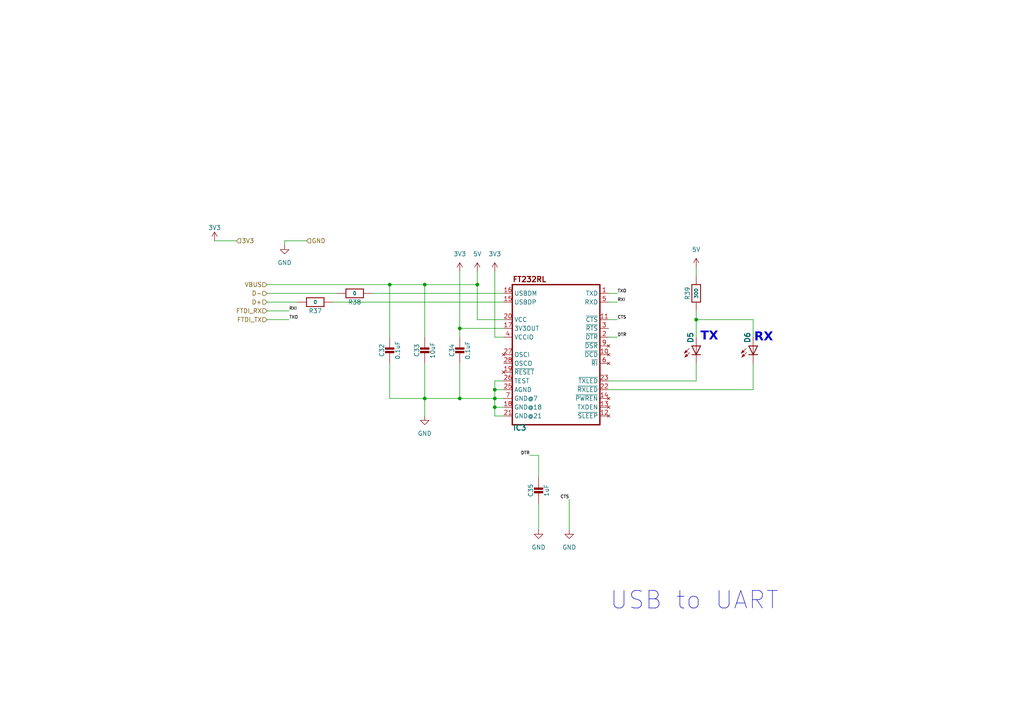
<source format=kicad_sch>
(kicad_sch (version 20231120) (generator "eeschema") (generator_version "8.0")
  (paper "A4")
  (lib_symbols
    (symbol "Adafruit I2S Mic SPK0415HM4H-eagle-import:CAP_CERAMIC0805-NOOUTLINE"
      (property "Reference" "C" (at -2.29 1.25 90))
      (symbol "CAP_CERAMIC0805-NOOUTLINE_1_0"
        (rectangle (start -1.27 0.508) (end 1.27 1.016) (fill (type outline)))
        (rectangle (start -1.27 1.524) (end 1.27 2.032) (fill (type outline)))
        (polyline (pts (xy 0 0.762) (xy 0 0)) (stroke (width 0.1524)))
        (polyline (pts (xy 0 2.54) (xy 0 1.778)) (stroke (width 0.1524)))
        (pin passive line (at 0 5.08 270) (length 2.54) (name "1") (number "1"))
        (pin passive line (at 0 -2.54 90) (length 2.54) (name "2") (number "2"))
      )
    )
    (symbol "Adafruit I2S Mic SPK0415HM4H-eagle-import:RESISTOR_0603_NOOUT"
      (property "Reference" "R" (at 0 2.54 0))
      (symbol "RESISTOR_0603_NOOUT_1_0"
        (polyline (pts (xy -2.54 -1.27) (xy -2.54 1.27)) (stroke (width 0.254)))
        (polyline (pts (xy -2.54 1.27) (xy 2.54 1.27)) (stroke (width 0.254)))
        (polyline (pts (xy 2.54 -1.27) (xy -2.54 -1.27)) (stroke (width 0.254)))
        (polyline (pts (xy 2.54 1.27) (xy 2.54 -1.27)) (stroke (width 0.254)))
        (pin passive line (at -5.08 0 0) (length 2.54) (name "1") (number "1"))
        (pin passive line (at 5.08 0 180) (length 2.54) (name "2") (number "2"))
      )
    )
    (symbol "ai_breakout_ft232RL-eagle-import:FT2332RL"
      (property "Reference" "IC" (at -12.7 -22.225 0))
      (symbol "FT2332RL_1_0"
        (polyline (pts (xy -12.7 -20.32) (xy -12.7 20.32)) (stroke (width 0.381)))
        (polyline (pts (xy -12.7 20.32) (xy 12.7 20.32)) (stroke (width 0.381)))
        (polyline (pts (xy 12.7 -20.32) (xy -12.7 -20.32)) (stroke (width 0.381)))
        (polyline (pts (xy 12.7 20.32) (xy 12.7 -20.32)) (stroke (width 0.381)))
        (text "FT232RL" (at -12.7 20.955 0) (effects (font (size 1.524 1.524) (thickness 0.3048) (bold yes)) (justify left bottom)))
        (pin output line (at 15.24 17.78 180) (length 2.54) (name "TXD") (number "1"))
        (pin no_connect line (at 15.24 0 180) (length 2.54) (name "~{DCD}") (number "10"))
        (pin input line (at 15.24 10.16 180) (length 2.54) (name "~{CTS}") (number "11"))
        (pin no_connect line (at 15.24 -17.78 180) (length 2.54) (name "~{SLEEP}") (number "12"))
        (pin no_connect line (at 15.24 -15.24 180) (length 2.54) (name "TXDEN") (number "13"))
        (pin no_connect line (at 15.24 -12.7 180) (length 2.54) (name "~{PWREN}") (number "14"))
        (pin bidirectional line (at -15.24 15.24 0) (length 2.54) (name "USBDP") (number "15"))
        (pin bidirectional line (at -15.24 17.78 0) (length 2.54) (name "USBDM") (number "16"))
        (pin power_in line (at -15.24 7.62 0) (length 2.54) (name "3V3OUT") (number "17"))
        (pin power_in line (at -15.24 -15.24 0) (length 2.54) (name "GND@18") (number "18"))
        (pin no_connect line (at -15.24 -5.08 0) (length 2.54) (name "~{RESET}") (number "19"))
        (pin output line (at 15.24 5.08 180) (length 2.54) (name "~{DTR}") (number "2"))
        (pin power_in line (at -15.24 10.16 0) (length 2.54) (name "VCC") (number "20"))
        (pin power_in line (at -15.24 -17.78 0) (length 2.54) (name "GND@21") (number "21"))
        (pin input line (at 15.24 -10.16 180) (length 2.54) (name "~{RXLED}") (number "22"))
        (pin input line (at 15.24 -7.62 180) (length 2.54) (name "~{TXLED}") (number "23"))
        (pin power_in line (at -15.24 -10.16 0) (length 2.54) (name "AGND") (number "25"))
        (pin input line (at -15.24 -7.62 0) (length 2.54) (name "TEST") (number "26"))
        (pin no_connect line (at -15.24 0 0) (length 2.54) (name "OSCI") (number "27"))
        (pin output line (at -15.24 -2.54 0) (length 2.54) (name "OSCO") (number "28"))
        (pin output line (at 15.24 7.62 180) (length 2.54) (name "~{RTS}") (number "3"))
        (pin power_in line (at -15.24 5.08 0) (length 2.54) (name "VCCIO") (number "4"))
        (pin input line (at 15.24 15.24 180) (length 2.54) (name "RXD") (number "5"))
        (pin no_connect line (at 15.24 -2.54 180) (length 2.54) (name "~{RI}") (number "6"))
        (pin power_in line (at -15.24 -12.7 0) (length 2.54) (name "GND@7") (number "7"))
        (pin no_connect line (at 15.24 2.54 180) (length 2.54) (name "~{DSR}") (number "9"))
      )
    )
    (symbol "ai_breakout_ft232RL-eagle-import:LED0603"
      (property "Reference" "LED" (at -0.635 0.635 90))
      (symbol "LED0603_1_0"
        (polyline (pts (xy -2.032 -0.762) (xy -3.429 -2.159)) (stroke (width 0.1524)))
        (polyline (pts (xy -1.905 -1.905) (xy -3.302 -3.302)) (stroke (width 0.1524)))
        (polyline (pts (xy 0 -2.54) (xy -1.27 -2.54)) (stroke (width 0.254)))
        (polyline (pts (xy 0 -2.54) (xy -1.27 0)) (stroke (width 0.254)))
        (polyline (pts (xy 0 0) (xy -1.27 0)) (stroke (width 0.254)))
        (polyline (pts (xy 0 0) (xy 0 -2.54)) (stroke (width 0.1524)))
        (polyline (pts (xy 1.27 -2.54) (xy 0 -2.54)) (stroke (width 0.254)))
        (polyline (pts (xy 1.27 0) (xy 0 -2.54)) (stroke (width 0.254)))
        (polyline (pts (xy 1.27 0) (xy 0 0)) (stroke (width 0.254)))
        (polyline (pts (xy -3.429 -2.159) (xy -3.048 -1.27) (xy -2.54 -1.778)) (stroke (width 0.1524)) (fill (type outline)))
        (polyline (pts (xy -3.302 -3.302) (xy -2.921 -2.413) (xy -2.413 -2.921)) (stroke (width 0.1524)) (fill (type outline)))
        (pin passive line (at 0 2.54 270) (length 2.54) (name "A") (number "A"))
        (pin passive line (at 0 -5.08 90) (length 2.54) (name "C") (number "C"))
      )
    )
    (symbol "power:GND" (power) (pin_numbers hide) (pin_names (offset 0) hide)
      (property "Value" "GND" (at 0 -3.81 0))
      (symbol "GND_0_1"
        (polyline (pts (xy 0 0) (xy 0 -1.27) (xy 1.27 -1.27) (xy 0 -2.54) (xy -1.27 -1.27) (xy 0 -1.27)))
      )
      (symbol "GND_1_1"
        (pin power_in line (at 0 0 270) (length 0) (name "~") (number "1"))
      )
    )
    (symbol "power:VCC" (power) (pin_numbers hide) (pin_names (offset 0) hide)
      (property "Value" "VCC" (at 0 3.556 0))
      (symbol "VCC_0_1"
        (polyline (pts (xy -0.762 1.27) (xy 0 2.54)))
        (polyline (pts (xy 0 0) (xy 0 2.54)))
        (polyline (pts (xy 0 2.54) (xy 0.762 1.27)))
      )
      (symbol "VCC_1_1"
        (pin power_in line (at 0 0 90) (length 0) (name "~") (number "1"))
      )
    )
  )
  (junction (at 123.19 82.55))
  (junction (at 201.93 92.71))
  (junction (at 138.43 82.55))
  (junction (at 123.19 115.57))
  (junction (at 133.35 95.25))
  (junction (at 143.51 113.03))
  (junction (at 113.03 82.55))
  (junction (at 143.51 118.11))
  (junction (at 133.35 115.57))
  (junction (at 143.51 115.57))
  (wire (pts (xy 146.05 92.71) (xy 138.43 92.71)) (stroke (width 0.1524)))
  (wire (pts (xy 146.05 95.25) (xy 133.35 95.25)) (stroke (width 0.1524)))
  (wire (pts (xy 133.35 105.41) (xy 133.35 115.57)) (stroke (width 0.1524)))
  (wire (pts (xy 201.93 92.71) (xy 218.44 92.71)) (stroke (width 0.1524)))
  (wire (pts (xy 143.51 115.57) (xy 143.51 113.03)) (stroke (width 0.1524)))
  (wire (pts (xy 179.07 87.63) (xy 176.53 87.63)) (stroke (width 0.1524)))
  (wire (pts (xy 176.53 110.49) (xy 201.93 110.49)) (stroke (width 0.1524)))
  (wire (pts (xy 77.47 85.09) (xy 97.79 85.09)))
  (wire (pts (xy 113.03 82.55) (xy 123.19 82.55)) (stroke (width 0.1524)))
  (wire (pts (xy 133.35 115.57) (xy 123.19 115.57)) (stroke (width 0.1524)))
  (wire (pts (xy 143.51 115.57) (xy 146.05 115.57)) (stroke (width 0.1524)))
  (wire (pts (xy 165.1 144.78) (xy 165.1 153.67)))
  (wire (pts (xy 77.47 87.63) (xy 86.36 87.63)))
  (wire (pts (xy 133.35 95.25) (xy 133.35 78.74)) (stroke (width 0.1524)))
  (wire (pts (xy 143.51 97.79) (xy 143.51 78.74)) (stroke (width 0.1524)))
  (wire (pts (xy 179.07 92.71) (xy 176.53 92.71)) (stroke (width 0.1524)))
  (wire (pts (xy 143.51 110.49) (xy 146.05 110.49)) (stroke (width 0.1524)))
  (wire (pts (xy 107.95 85.09) (xy 146.05 85.09)))
  (wire (pts (xy 201.93 110.49) (xy 201.93 105.41)) (stroke (width 0.1524)))
  (wire (pts (xy 123.19 82.55) (xy 138.43 82.55)) (stroke (width 0.1524)))
  (wire (pts (xy 146.05 97.79) (xy 143.51 97.79)) (stroke (width 0.1524)))
  (wire (pts (xy 218.44 105.41) (xy 218.44 113.03)) (stroke (width 0.1524)))
  (wire (pts (xy 82.55 69.85) (xy 88.9 69.85)))
  (wire (pts (xy 123.19 105.41) (xy 123.19 107.95)))
  (wire (pts (xy 133.35 115.57) (xy 143.51 115.57)) (stroke (width 0.1524)))
  (wire (pts (xy 113.03 105.41) (xy 113.03 115.57)) (stroke (width 0.1524)))
  (wire (pts (xy 123.19 120.65) (xy 123.19 115.57)) (stroke (width 0.1524)))
  (wire (pts (xy 179.07 85.09) (xy 176.53 85.09)) (stroke (width 0.1524)))
  (wire (pts (xy 96.52 87.63) (xy 146.05 87.63)))
  (wire (pts (xy 143.51 118.11) (xy 146.05 118.11)) (stroke (width 0.1524)))
  (wire (pts (xy 201.93 77.47) (xy 201.93 80.01)) (stroke (width 0.1524)))
  (wire (pts (xy 201.93 90.17) (xy 201.93 92.71)) (stroke (width 0.1524)))
  (wire (pts (xy 77.47 90.17) (xy 83.82 90.17)) (stroke (width 0.1524)))
  (wire (pts (xy 143.51 115.57) (xy 143.51 118.11)) (stroke (width 0.1524)))
  (wire (pts (xy 143.51 118.11) (xy 143.51 120.65)) (stroke (width 0.1524)))
  (wire (pts (xy 156.21 132.08) (xy 153.67 132.08)) (stroke (width 0.1524)))
  (wire (pts (xy 138.43 92.71) (xy 138.43 82.55)) (stroke (width 0.1524)))
  (wire (pts (xy 156.21 146.05) (xy 156.21 153.67)))
  (wire (pts (xy 176.53 113.03) (xy 218.44 113.03)) (stroke (width 0.1524)))
  (wire (pts (xy 82.55 69.85) (xy 82.55 71.12)))
  (wire (pts (xy 143.51 120.65) (xy 146.05 120.65)) (stroke (width 0.1524)))
  (wire (pts (xy 123.19 115.57) (xy 123.19 107.95)) (stroke (width 0.1524)))
  (wire (pts (xy 77.47 82.55) (xy 113.03 82.55)) (stroke (width 0.1524)))
  (wire (pts (xy 179.07 97.79) (xy 176.53 97.79)) (stroke (width 0.1524)))
  (wire (pts (xy 143.51 113.03) (xy 146.05 113.03)) (stroke (width 0.1524)))
  (wire (pts (xy 133.35 97.79) (xy 133.35 95.25)) (stroke (width 0.1524)))
  (wire (pts (xy 218.44 92.71) (xy 218.44 97.79)) (stroke (width 0.1524)))
  (wire (pts (xy 143.51 113.03) (xy 143.51 110.49)) (stroke (width 0.1524)))
  (wire (pts (xy 123.19 97.79) (xy 123.19 82.55)) (stroke (width 0.1524)))
  (wire (pts (xy 113.03 115.57) (xy 123.19 115.57)) (stroke (width 0.1524)))
  (wire (pts (xy 201.93 97.79) (xy 201.93 92.71)) (stroke (width 0.1524)))
  (wire (pts (xy 62.23 69.85) (xy 68.58 69.85)))
  (wire (pts (xy 77.47 92.71) (xy 83.82 92.71)) (stroke (width 0.1524)))
  (wire (pts (xy 156.21 132.08) (xy 156.21 138.43)) (stroke (width 0.1524)))
  (wire (pts (xy 113.03 97.79) (xy 113.03 82.55)) (stroke (width 0.1524)))
  (wire (pts (xy 138.43 82.55) (xy 138.43 78.74)) (stroke (width 0.1524)))
  (text "RX" (at 221.488 98.552 0) (effects (font (size 2.54 2.54) (thickness 0.0508) (bold yes))))
  (text "USB to UART" (at 201.422 174.244 0) (effects (font (size 5.08 5.08))))
  (text "TX" (at 205.74 98.298 0) (effects (font (size 2.54 2.54) (thickness 0.0508) (bold yes))))
  (label "CTS" (at 165.1 144.78 180) (effects (font (size 0.889 0.889))))
  (label "DTR" (at 179.07 97.79 0) (effects (font (size 0.889 0.889))))
  (label "TXO" (at 179.07 85.09 0) (effects (font (size 0.889 0.889))))
  (label "CTS" (at 179.07 92.71 0) (effects (font (size 0.889 0.889))))
  (label "DTR" (at 153.67 132.08 180) (effects (font (size 0.889 0.889))))
  (label "TXO" (at 83.82 92.71 0) (effects (font (size 0.889 0.889))))
  (label "RXI" (at 179.07 87.63 0) (effects (font (size 0.889 0.889))))
  (label "RXI" (at 83.82 90.17 0) (effects (font (size 0.889 0.889))))
  (hierarchical_label "FTDI_RX" (shape input) (at 77.47 90.17 180))
  (hierarchical_label "GND" (shape input) (at 88.9 69.85 0))
  (hierarchical_label "D+" (shape input) (at 77.47 87.63 180))
  (hierarchical_label "3V3" (shape input) (at 68.58 69.85 0))
  (hierarchical_label "FTDI_TX" (shape input) (at 77.47 92.71 180))
  (hierarchical_label "D-" (shape input) (at 77.47 85.09 180))
  (hierarchical_label "VBUS" (shape input) (at 77.47 82.55 180))
  (symbol (lib_id "power:GND") (at 123.19 120.65 0) (unit 1)
    (property "Reference" "#PWR058" (effects (hide yes)))
    (property "Value" "GND" (at 123.19 125.73 0))
    (property "Description" "Power symbol creates a global label with name \"GND\" , ground" (effects (hide yes)))
  )
  (symbol (lib_id "Adafruit I2S Mic SPK0415HM4H-eagle-import:RESISTOR_0603_NOOUT") (at 91.44 87.63 180) (unit 1)
    (property "Reference" "R37" (at 91.44 90.17 0))
    (property "Value" "0" (at 91.44 87.63 0) (effects (font (size 1.016 1.016) (thickness 0.2032) (bold yes))))
    (property "Footprint" "0603-NO" (effects (hide yes)))
  )
  (symbol (lib_id "power:GND") (at 165.1 153.67 0) (unit 1)
    (property "Reference" "#PWR073" (effects (hide yes)))
    (property "Value" "GND" (at 165.1 158.75 0))
    (property "Description" "Power symbol creates a global label with name \"GND\" , ground" (effects (hide yes)))
  )
  (symbol (lib_id "Adafruit I2S Mic SPK0415HM4H-eagle-import:RESISTOR_0603_NOOUT") (at 201.93 85.09 90) (unit 1)
    (property "Reference" "R39" (at 199.39 85.09 0))
    (property "Value" "300" (at 201.93 85.09 0) (effects (font (size 1.016 1.016) (thickness 0.2032) (bold yes))))
    (property "Footprint" "0603-NO" (effects (hide yes)))
  )
  (symbol (lib_id "power:VCC") (at 133.35 78.74 0) (unit 1)
    (property "Reference" "#PWR059" (effects (hide yes)))
    (property "Value" "3V3" (at 133.35 73.66 0))
    (property "Description" "Power symbol creates a global label with name \"VCC\"" (effects (hide yes)))
  )
  (symbol (lib_id "power:VCC") (at 62.23 69.85 0) (unit 1)
    (property "Reference" "#PWR082" (effects (hide yes)))
    (property "Value" "3V3" (at 62.23 66.04 0))
    (property "Description" "Power symbol creates a global label with name \"VCC\"" (effects (hide yes)))
  )
  (symbol (lib_id "Adafruit I2S Mic SPK0415HM4H-eagle-import:CAP_CERAMIC0805-NOOUTLINE") (at 123.19 102.87 0) (unit 1)
    (property "Reference" "C33" (at 120.9 101.62 90))
    (property "Value" "10uF" (at 125.49 101.62 90))
    (property "Footprint" "0603-NO" (effects (hide yes)))
  )
  (symbol (lib_id "Adafruit I2S Mic SPK0415HM4H-eagle-import:CAP_CERAMIC0805-NOOUTLINE") (at 133.35 102.87 0) (unit 1)
    (property "Reference" "C34" (at 131.06 101.62 90))
    (property "Value" "0.1uF" (at 135.65 101.62 90))
    (property "Footprint" "0603-NO" (effects (hide yes)))
  )
  (symbol (lib_id "ai_breakout_ft232RL-eagle-import:LED0603") (at 218.44 100.33 0) (unit 1)
    (property "Reference" "D6" (at 217.805 99.695 90) (effects (font (size 1.524 1.524) (thickness 0.3048) (bold yes)) (justify left bottom)))
    (property "Value" "YELLOW" (effects (hide yes)))
    (property "Footprint" "LED-0603" (effects (hide yes)))
  )
  (symbol (lib_id "Adafruit I2S Mic SPK0415HM4H-eagle-import:RESISTOR_0603_NOOUT") (at 102.87 85.09 180) (unit 1)
    (property "Reference" "R38" (at 102.87 87.63 0))
    (property "Value" "0" (at 102.87 85.09 0) (effects (font (size 1.016 1.016) (thickness 0.2032) (bold yes))))
    (property "Footprint" "0603-NO" (effects (hide yes)))
  )
  (symbol (lib_id "power:VCC") (at 201.93 77.47 0) (unit 1)
    (property "Reference" "#PWR074" (effects (hide yes)))
    (property "Value" "5V" (at 201.93 72.39 0))
    (property "Description" "Power symbol creates a global label with name \"VCC\"" (effects (hide yes)))
  )
  (symbol (lib_id "Adafruit I2S Mic SPK0415HM4H-eagle-import:CAP_CERAMIC0805-NOOUTLINE") (at 156.21 143.51 0) (unit 1)
    (property "Reference" "C35" (at 153.92 142.26 90))
    (property "Value" "1uF" (at 158.51 142.26 90))
    (property "Footprint" "0603-NO" (effects (hide yes)))
  )
  (symbol (lib_id "power:VCC") (at 138.43 78.74 0) (unit 1)
    (property "Reference" "#PWR060" (effects (hide yes)))
    (property "Value" "5V" (at 138.43 73.66 0))
    (property "Description" "Power symbol creates a global label with name \"VCC\"" (effects (hide yes)))
  )
  (symbol (lib_id "power:VCC") (at 143.51 78.74 0) (unit 1)
    (property "Reference" "#PWR071" (effects (hide yes)))
    (property "Value" "3V3" (at 143.51 73.66 0))
    (property "Description" "Power symbol creates a global label with name \"VCC\"" (effects (hide yes)))
  )
  (symbol (lib_id "ai_breakout_ft232RL-eagle-import:LED0603") (at 201.93 100.33 0) (unit 1)
    (property "Reference" "D5" (at 201.295 99.695 90) (effects (font (size 1.524 1.524) (thickness 0.3048) (bold yes)) (justify left bottom)))
    (property "Value" "YELLOW" (effects (hide yes)))
    (property "Footprint" "LED-0603" (effects (hide yes)))
  )
  (symbol (lib_id "power:GND") (at 156.21 153.67 0) (unit 1)
    (property "Reference" "#PWR072" (effects (hide yes)))
    (property "Value" "GND" (at 156.21 158.75 0))
    (property "Description" "Power symbol creates a global label with name \"GND\" , ground" (effects (hide yes)))
  )
  (symbol (lib_id "power:GND") (at 82.55 71.12 0) (unit 1)
    (property "Reference" "#PWR083" (effects (hide yes)))
    (property "Value" "GND" (at 82.55 76.2 0))
    (property "Description" "Power symbol creates a global label with name \"GND\" , ground" (effects (hide yes)))
  )
  (symbol (lib_id "Adafruit I2S Mic SPK0415HM4H-eagle-import:CAP_CERAMIC0805-NOOUTLINE") (at 113.03 102.87 0) (unit 1)
    (property "Reference" "C32" (at 110.74 101.62 90))
    (property "Value" "0.1uF" (at 115.33 101.62 90))
    (property "Footprint" "0603-NO" (effects (hide yes)))
  )
  (symbol (lib_id "ai_breakout_ft232RL-eagle-import:FT2332RL") (at 161.29 102.87 0) (unit 1)
    (property "Reference" "IC3" (at 148.59 125.095 0) (effects (font (size 1.524 1.524) (thickness 0.3048) (bold yes)) (justify left bottom)))
    (property "Value" "FT2332RL" (effects (hide yes)))
    (property "Footprint" "SSOP28-LD" (effects (hide yes)))
  )
)
</source>
